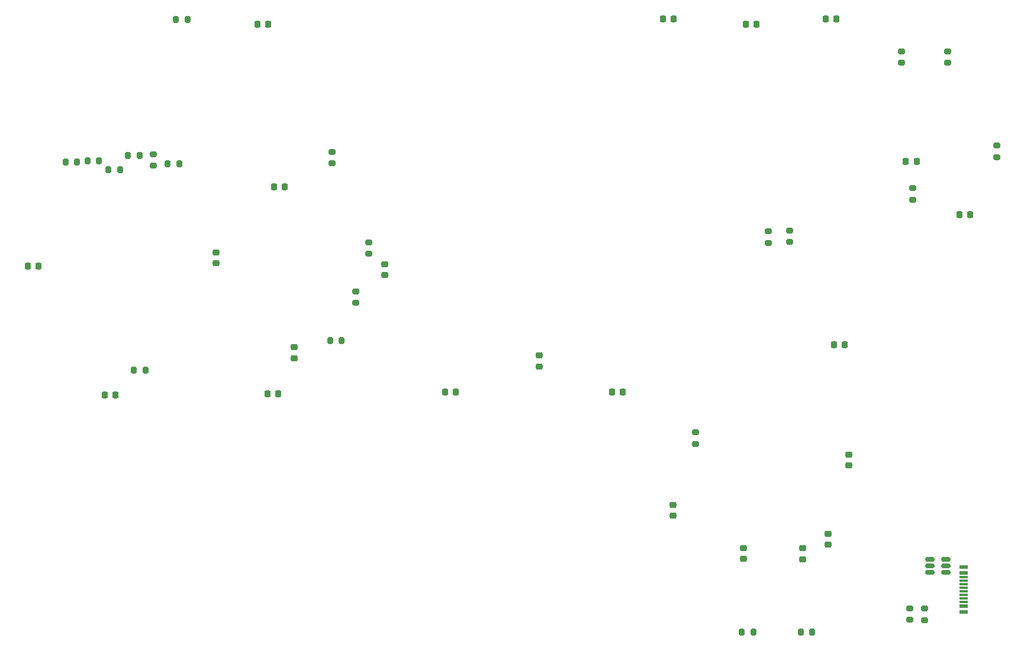
<source format=gbr>
%TF.GenerationSoftware,KiCad,Pcbnew,7.0.9*%
%TF.CreationDate,2024-03-22T15:25:39+00:00*%
%TF.ProjectId,rosco_m68k,726f7363-6f5f-46d3-9638-6b2e6b696361,2.2*%
%TF.SameCoordinates,Original*%
%TF.FileFunction,Paste,Bot*%
%TF.FilePolarity,Positive*%
%FSLAX46Y46*%
G04 Gerber Fmt 4.6, Leading zero omitted, Abs format (unit mm)*
G04 Created by KiCad (PCBNEW 7.0.9) date 2024-03-22 15:25:39*
%MOMM*%
%LPD*%
G01*
G04 APERTURE LIST*
G04 Aperture macros list*
%AMRoundRect*
0 Rectangle with rounded corners*
0 $1 Rounding radius*
0 $2 $3 $4 $5 $6 $7 $8 $9 X,Y pos of 4 corners*
0 Add a 4 corners polygon primitive as box body*
4,1,4,$2,$3,$4,$5,$6,$7,$8,$9,$2,$3,0*
0 Add four circle primitives for the rounded corners*
1,1,$1+$1,$2,$3*
1,1,$1+$1,$4,$5*
1,1,$1+$1,$6,$7*
1,1,$1+$1,$8,$9*
0 Add four rect primitives between the rounded corners*
20,1,$1+$1,$2,$3,$4,$5,0*
20,1,$1+$1,$4,$5,$6,$7,0*
20,1,$1+$1,$6,$7,$8,$9,0*
20,1,$1+$1,$8,$9,$2,$3,0*%
G04 Aperture macros list end*
%ADD10RoundRect,0.200000X0.275000X-0.200000X0.275000X0.200000X-0.275000X0.200000X-0.275000X-0.200000X0*%
%ADD11RoundRect,0.225000X-0.250000X0.225000X-0.250000X-0.225000X0.250000X-0.225000X0.250000X0.225000X0*%
%ADD12RoundRect,0.225000X0.225000X0.250000X-0.225000X0.250000X-0.225000X-0.250000X0.225000X-0.250000X0*%
%ADD13RoundRect,0.200000X0.200000X0.275000X-0.200000X0.275000X-0.200000X-0.275000X0.200000X-0.275000X0*%
%ADD14RoundRect,0.225000X0.250000X-0.225000X0.250000X0.225000X-0.250000X0.225000X-0.250000X-0.225000X0*%
%ADD15RoundRect,0.200000X-0.275000X0.200000X-0.275000X-0.200000X0.275000X-0.200000X0.275000X0.200000X0*%
%ADD16RoundRect,0.200000X-0.200000X-0.275000X0.200000X-0.275000X0.200000X0.275000X-0.200000X0.275000X0*%
%ADD17RoundRect,0.225000X-0.225000X-0.250000X0.225000X-0.250000X0.225000X0.250000X-0.225000X0.250000X0*%
%ADD18R,1.160000X0.600000*%
%ADD19R,1.160000X0.300000*%
%ADD20RoundRect,0.150000X-0.512500X-0.150000X0.512500X-0.150000X0.512500X0.150000X-0.512500X0.150000X0*%
G04 APERTURE END LIST*
D10*
%TO.C,R19*%
X135410000Y-91945000D03*
X135410000Y-90295000D03*
%TD*%
D11*
%TO.C,C1*%
X188976000Y-134099000D03*
X188976000Y-135649000D03*
%TD*%
%TO.C,C7*%
X137720000Y-93465000D03*
X137720000Y-95015000D03*
%TD*%
%TO.C,C8*%
X113593000Y-91761000D03*
X113593000Y-93311000D03*
%TD*%
%TO.C,C9*%
X159800000Y-106514000D03*
X159800000Y-108064000D03*
%TD*%
D12*
%TO.C,C24*%
X190865000Y-59040000D03*
X189315000Y-59040000D03*
%TD*%
D13*
%TO.C,R8*%
X131535000Y-104350000D03*
X129885000Y-104350000D03*
%TD*%
%TO.C,R7*%
X108305000Y-79100000D03*
X106655000Y-79100000D03*
%TD*%
D10*
%TO.C,R9*%
X104580000Y-79335000D03*
X104580000Y-77685000D03*
%TD*%
D14*
%TO.C,C22*%
X178918000Y-129467000D03*
X178918000Y-127917000D03*
%TD*%
%TO.C,C26*%
X124750000Y-106875000D03*
X124750000Y-105325000D03*
%TD*%
D11*
%TO.C,C2*%
X197430000Y-134135000D03*
X197430000Y-135685000D03*
%TD*%
D12*
%TO.C,C13*%
X221465000Y-86340000D03*
X219915000Y-86340000D03*
%TD*%
D11*
%TO.C,C27*%
X204070000Y-120685000D03*
X204070000Y-122235000D03*
%TD*%
D12*
%TO.C,C28*%
X203500000Y-104952000D03*
X201950000Y-104952000D03*
%TD*%
%TO.C,C31*%
X179005000Y-58310000D03*
X177455000Y-58310000D03*
%TD*%
D15*
%TO.C,R27*%
X213230000Y-82555000D03*
X213230000Y-84205000D03*
%TD*%
D10*
%TO.C,R28*%
X225200000Y-78095000D03*
X225200000Y-76445000D03*
%TD*%
D15*
%TO.C,R13*%
X211580000Y-62965000D03*
X211580000Y-64615000D03*
%TD*%
D16*
%TO.C,R21*%
X107825000Y-58420000D03*
X109475000Y-58420000D03*
%TD*%
D10*
%TO.C,R10*%
X130160000Y-79005000D03*
X130160000Y-77355000D03*
%TD*%
D15*
%TO.C,R14*%
X218210000Y-62945000D03*
X218210000Y-64595000D03*
%TD*%
D16*
%TO.C,R11*%
X101825000Y-108640000D03*
X103475000Y-108640000D03*
%TD*%
%TO.C,R1*%
X188775000Y-146130000D03*
X190425000Y-146130000D03*
%TD*%
%TO.C,R2*%
X197205000Y-146100000D03*
X198855000Y-146100000D03*
%TD*%
D14*
%TO.C,C6*%
X201070000Y-133585000D03*
X201070000Y-132035000D03*
%TD*%
D12*
%TO.C,C25*%
X202325000Y-58340000D03*
X200775000Y-58340000D03*
%TD*%
D15*
%TO.C,R32*%
X195630000Y-88605000D03*
X195630000Y-90255000D03*
%TD*%
D12*
%TO.C,C29*%
X123390000Y-82370000D03*
X121840000Y-82370000D03*
%TD*%
%TO.C,C12*%
X121005000Y-59080000D03*
X119455000Y-59080000D03*
%TD*%
%TO.C,C10*%
X171717000Y-111760000D03*
X170167000Y-111760000D03*
%TD*%
%TO.C,C5*%
X147841000Y-111760000D03*
X146291000Y-111760000D03*
%TD*%
%TO.C,C4*%
X122441000Y-112014000D03*
X120891000Y-112014000D03*
%TD*%
%TO.C,C3*%
X99175000Y-112190000D03*
X97625000Y-112190000D03*
%TD*%
D15*
%TO.C,R31*%
X192550000Y-88725000D03*
X192550000Y-90375000D03*
%TD*%
D16*
%TO.C,R12*%
X100965000Y-77900000D03*
X102615000Y-77900000D03*
%TD*%
D13*
%TO.C,R15*%
X99815000Y-79880000D03*
X98165000Y-79880000D03*
%TD*%
%TO.C,R17*%
X96825000Y-78650000D03*
X95175000Y-78650000D03*
%TD*%
%TO.C,R18*%
X93685000Y-78770000D03*
X92035000Y-78770000D03*
%TD*%
D15*
%TO.C,R3*%
X133540000Y-97315000D03*
X133540000Y-98965000D03*
%TD*%
%TO.C,R16*%
X182180000Y-117535000D03*
X182180000Y-119185000D03*
%TD*%
D17*
%TO.C,C32*%
X86601000Y-93726000D03*
X88151000Y-93726000D03*
%TD*%
D15*
%TO.C,R4*%
X214910000Y-142765000D03*
X214910000Y-144415000D03*
%TD*%
D18*
%TO.C,J10*%
X220480000Y-136810000D03*
X220480000Y-137610000D03*
D19*
X220480000Y-138760000D03*
X220480000Y-139760000D03*
X220480000Y-140260000D03*
X220480000Y-141260000D03*
D18*
X220480000Y-142410000D03*
X220480000Y-143210000D03*
X220480000Y-143210000D03*
X220480000Y-142410000D03*
D19*
X220480000Y-141760000D03*
X220480000Y-140760000D03*
X220480000Y-139260000D03*
X220480000Y-138260000D03*
D18*
X220480000Y-137610000D03*
X220480000Y-136810000D03*
%TD*%
D20*
%TO.C,U5*%
X215655000Y-137600000D03*
X215655000Y-136650000D03*
X215655000Y-135700000D03*
X217930000Y-135700000D03*
X217930000Y-136650000D03*
X217930000Y-137600000D03*
%TD*%
D17*
%TO.C,C30*%
X212240000Y-78720000D03*
X213790000Y-78720000D03*
%TD*%
D10*
%TO.C,R5*%
X212810000Y-144370000D03*
X212810000Y-142720000D03*
%TD*%
M02*

</source>
